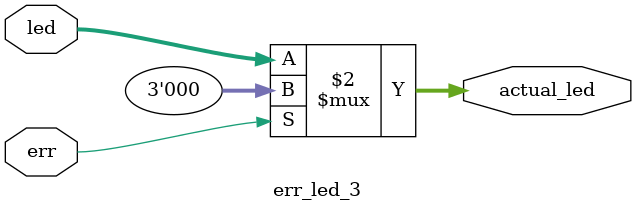
<source format=v>
`timescale 1ns / 1ps

module error_detection(
    d, l, r, e, b, p, err
    );
    input [0:0] d, l, r, e, b, p;
    output [0:0] err;

    // l+r, d/l/r + p
    
    assign err = (l&r) | ((d|l|r)&p);
    // assign err = (l&r) | ((d|l|r)&p) | ((l|r)&(~d));

endmodule

module err_led(led, err, actual_led);
    input [0:0] led, err;
    output [0:0] actual_led;
    assign actual_led = led&(~err);
endmodule

module err_led_3(led, err, actual_led);
    input [0:0] err;
    input [2:0] led;
    output [2:0] actual_led;
    assign actual_led = (err==0)?led:3'b000;
endmodule

</source>
